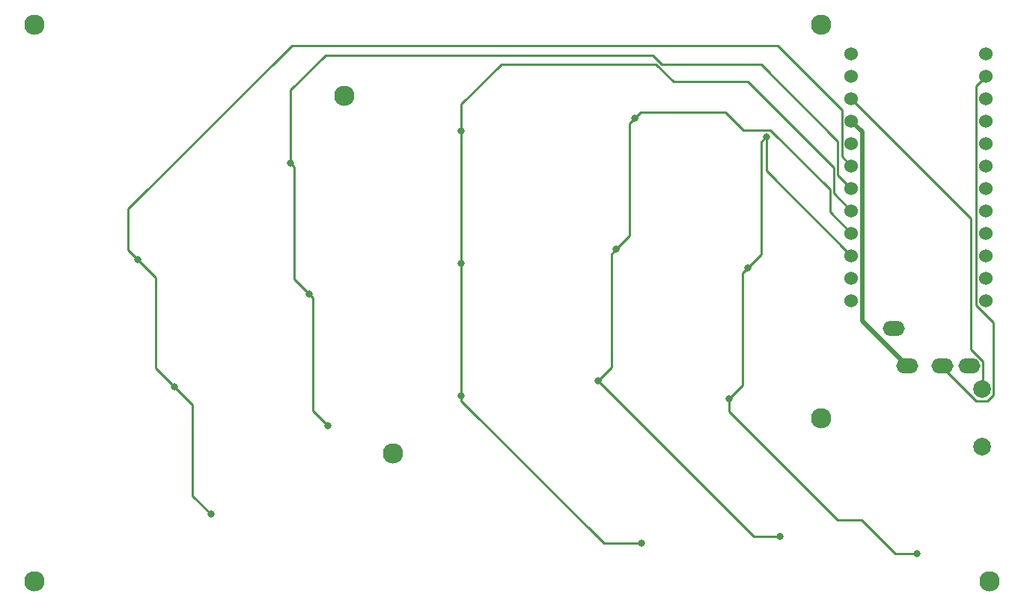
<source format=gbr>
G04 #@! TF.GenerationSoftware,KiCad,Pcbnew,(5.1.9)-1*
G04 #@! TF.CreationDate,2021-03-06T20:59:11-05:00*
G04 #@! TF.ProjectId,ya36,79613336-2e6b-4696-9361-645f70636258,rev?*
G04 #@! TF.SameCoordinates,Original*
G04 #@! TF.FileFunction,Copper,L1,Top*
G04 #@! TF.FilePolarity,Positive*
%FSLAX46Y46*%
G04 Gerber Fmt 4.6, Leading zero omitted, Abs format (unit mm)*
G04 Created by KiCad (PCBNEW (5.1.9)-1) date 2021-03-06 20:59:11*
%MOMM*%
%LPD*%
G01*
G04 APERTURE LIST*
G04 #@! TA.AperFunction,ComponentPad*
%ADD10C,0.800000*%
G04 #@! TD*
G04 #@! TA.AperFunction,ComponentPad*
%ADD11C,2.300000*%
G04 #@! TD*
G04 #@! TA.AperFunction,ComponentPad*
%ADD12C,1.524000*%
G04 #@! TD*
G04 #@! TA.AperFunction,ComponentPad*
%ADD13O,2.500000X1.700000*%
G04 #@! TD*
G04 #@! TA.AperFunction,ComponentPad*
%ADD14C,2.000000*%
G04 #@! TD*
G04 #@! TA.AperFunction,Conductor*
%ADD15C,0.500000*%
G04 #@! TD*
G04 #@! TA.AperFunction,Conductor*
%ADD16C,0.250000*%
G04 #@! TD*
G04 APERTURE END LIST*
D10*
X90275000Y-94000000D03*
X75144119Y-97364167D03*
D11*
X42000000Y-115000000D03*
X131000000Y-52000000D03*
X150000000Y-115000000D03*
X131000000Y-96500000D03*
X42000000Y-52000000D03*
D10*
X105726831Y-92275751D03*
D11*
X82500000Y-100500000D03*
D10*
X57807202Y-92961703D03*
X53672641Y-78542778D03*
X70968926Y-67656125D03*
X73056522Y-82510145D03*
X109902024Y-62567709D03*
D12*
X134391400Y-55272000D03*
X134391400Y-57812000D03*
X134391400Y-60352000D03*
X134391400Y-62892000D03*
X134391400Y-65432000D03*
X134391400Y-67972000D03*
X134391400Y-70512000D03*
X134391400Y-73052000D03*
X134391400Y-75592000D03*
X134391400Y-78132000D03*
X134391400Y-80672000D03*
X134391400Y-83212000D03*
X149611400Y-83212000D03*
X149611400Y-80672000D03*
X149611400Y-78132000D03*
X149611400Y-75592000D03*
X149611400Y-73052000D03*
X149611400Y-70512000D03*
X149611400Y-67972000D03*
X149611400Y-65432000D03*
X149611400Y-62892000D03*
X149611400Y-60352000D03*
X149611400Y-57812000D03*
X149611400Y-55272000D03*
D10*
X90275000Y-79000000D03*
D11*
X77000000Y-60000000D03*
D13*
X139200000Y-86400000D03*
X140700000Y-90600000D03*
X144700000Y-90600000D03*
X147700000Y-90600000D03*
D14*
X149150000Y-93250000D03*
X149150000Y-99750000D03*
D10*
X107814428Y-77421731D03*
X124756045Y-64655306D03*
X122668449Y-79509326D03*
X90275000Y-64000000D03*
X61941762Y-107380629D03*
X110644595Y-110706858D03*
X120580852Y-94363347D03*
X126275000Y-109912426D03*
X141805897Y-111844254D03*
D15*
X134391400Y-62892000D02*
X135603401Y-64104001D01*
X135603401Y-85503401D02*
X140700000Y-90600000D01*
X135603401Y-64104001D02*
X135603401Y-85503401D01*
D16*
X150475001Y-85684363D02*
X148524399Y-83733761D01*
X150475001Y-93886001D02*
X150475001Y-85684363D01*
X148513999Y-94575001D02*
X149786001Y-94575001D01*
X144700000Y-90761002D02*
X148513999Y-94575001D01*
X144700000Y-90600000D02*
X144700000Y-90761002D01*
X148524399Y-58899001D02*
X149611400Y-57812000D01*
X148524399Y-83733761D02*
X148524399Y-58899001D01*
X149786001Y-94575001D02*
X150475001Y-93886001D01*
X133304399Y-66884999D02*
X134391400Y-67972000D01*
X53672641Y-78542778D02*
X55733840Y-80603977D01*
X55733840Y-90888341D02*
X57807202Y-92961703D01*
X57807202Y-92961703D02*
X59868400Y-95022901D01*
X59868400Y-95022901D02*
X59868400Y-105307267D01*
X59868400Y-105307267D02*
X61941762Y-107380629D01*
X55733840Y-80603977D02*
X55733840Y-90888341D01*
X126059897Y-54393036D02*
X133304399Y-61637538D01*
X52599586Y-77469723D02*
X52599586Y-72863729D01*
X52599586Y-72863729D02*
X71070279Y-54393036D01*
X133304399Y-61637538D02*
X133304399Y-66884999D01*
X53672641Y-78542778D02*
X52599586Y-77469723D01*
X71070279Y-54393036D02*
X126059897Y-54393036D01*
X111952044Y-55479699D02*
X112952978Y-56480633D01*
X73456521Y-82910144D02*
X73456521Y-95676569D01*
X132854389Y-65166586D02*
X132854389Y-68974989D01*
X71368925Y-80822548D02*
X73056522Y-82510145D01*
X71368925Y-68056124D02*
X71368925Y-80822548D01*
X70968926Y-67656125D02*
X70968926Y-59400762D01*
X132854389Y-68974989D02*
X134391400Y-70512000D01*
X70968926Y-59400762D02*
X74889989Y-55479699D01*
X112952978Y-56480633D02*
X124168436Y-56480633D01*
X73056522Y-82510145D02*
X73456521Y-82910144D01*
X70968926Y-67656125D02*
X71368925Y-68056124D01*
X73456521Y-95676569D02*
X75144119Y-97364167D01*
X124168436Y-56480633D02*
X132854389Y-65166586D01*
X74889989Y-55479699D02*
X111952044Y-55479699D01*
X90275000Y-79000000D02*
X90275000Y-94000000D01*
X90275000Y-60984666D02*
X94809666Y-56450000D01*
X106416173Y-110706858D02*
X110644595Y-110706858D01*
X94809666Y-56450000D02*
X112285935Y-56450000D01*
X90275000Y-94000000D02*
X90275000Y-94565685D01*
X132404379Y-71064979D02*
X134391400Y-73052000D01*
X132404379Y-68197244D02*
X132404379Y-71064979D01*
X122657135Y-58450000D02*
X132404379Y-68197244D01*
X90275000Y-64000000D02*
X90275000Y-79000000D01*
X112285935Y-56450000D02*
X114285935Y-58450000D01*
X90275000Y-94565685D02*
X106416173Y-110706858D01*
X114285935Y-58450000D02*
X122657135Y-58450000D01*
X90275000Y-64000000D02*
X90275000Y-60984666D01*
X107814428Y-77421731D02*
X107241382Y-77994777D01*
X105726831Y-92275751D02*
X123363506Y-109912426D01*
X123363506Y-109912426D02*
X126275000Y-109912426D01*
X122178290Y-63930305D02*
X125255305Y-63930305D01*
X107241382Y-77994777D02*
X107241382Y-90761200D01*
X131954369Y-73154969D02*
X134391400Y-75592000D01*
X125255305Y-63930305D02*
X131954369Y-70629369D01*
X107241382Y-90761200D02*
X105726831Y-92275751D01*
X120174200Y-61926215D02*
X122178290Y-63930305D01*
X110543518Y-61926215D02*
X120174200Y-61926215D01*
X131954369Y-70629369D02*
X131954369Y-73154969D01*
X109328979Y-75907180D02*
X107814428Y-77421731D01*
X109328979Y-63140754D02*
X109328979Y-75907180D01*
X109902024Y-62567709D02*
X110543518Y-61926215D01*
X109902024Y-62567709D02*
X109328979Y-63140754D01*
X122095403Y-80082372D02*
X122095403Y-92848796D01*
X124756045Y-68496645D02*
X134391400Y-78132000D01*
X124756045Y-64655306D02*
X124756045Y-68496645D01*
X124183000Y-65228351D02*
X124183000Y-77994775D01*
X141805897Y-111844254D02*
X139354035Y-111844254D01*
X132843093Y-108049565D02*
X120580852Y-95787324D01*
X122668449Y-79509326D02*
X122095403Y-80082372D01*
X122095403Y-92848796D02*
X120580852Y-94363347D01*
X124183000Y-77994775D02*
X122668449Y-79509326D01*
X139354035Y-111844254D02*
X135559346Y-108049565D01*
X135559346Y-108049565D02*
X132843093Y-108049565D01*
X120580852Y-95787324D02*
X120580852Y-94363347D01*
X124756045Y-64655306D02*
X124183000Y-65228351D01*
X147924990Y-73885590D02*
X147924990Y-88763275D01*
X149275010Y-93124990D02*
X149150000Y-93250000D01*
X149275010Y-90113295D02*
X149275010Y-93124990D01*
X134391400Y-60352000D02*
X147924990Y-73885590D01*
X147924990Y-88763275D02*
X149275010Y-90113295D01*
M02*

</source>
